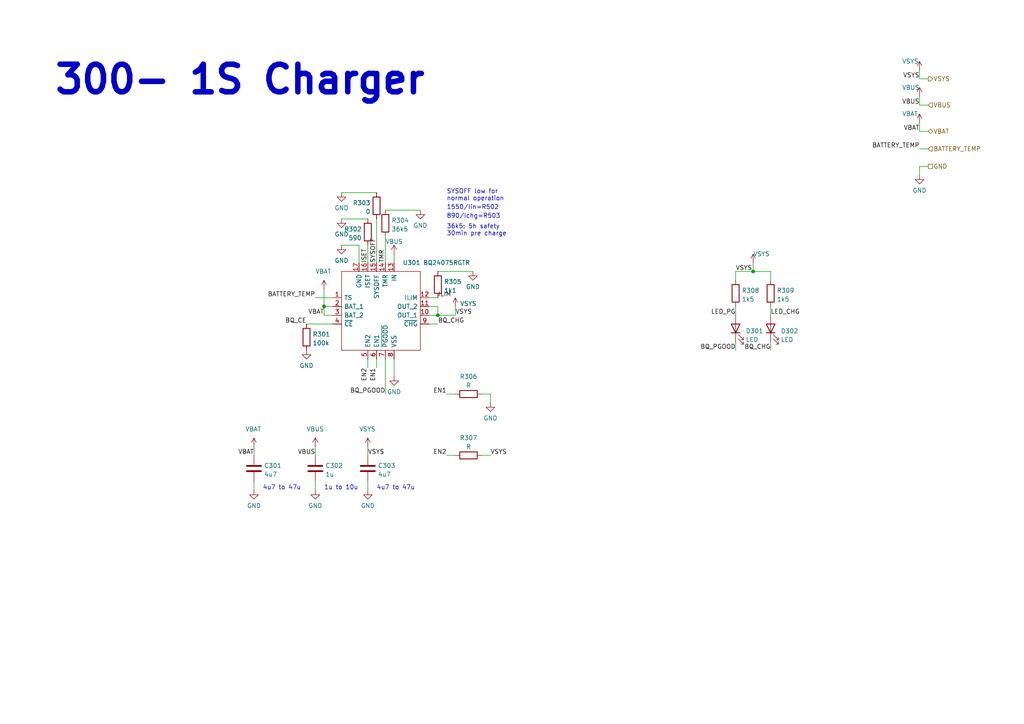
<source format=kicad_sch>
(kicad_sch (version 20230121) (generator eeschema)
  (paper "A4")
  (title_block (title "PSoM - RP2040") (date "2024-02-28") (rev "HW00") (company "PumaCorp") (comment 1 "Design by: NdG"))
  (lib_symbols
    (symbol "Component lib:BQ24075RGTR" (pin_names (offset 0.762))
      (property "Reference" "U" (at 0 10.16 0))
      (property "Value" "BQ24075RGTR" (at 20.32 10.16 0))
      (symbol "BQ24075RGTR_0_0"
        (pin passive line (at 0 0 0) (length 2.54) (name "TS") (number "1"))
        (pin passive line (at 27.94 -5.08 180) (length 2.54) (name "OUT_1") (number "10"))
        (pin passive line (at 27.94 -2.54 180) (length 2.54) (name "OUT_2") (number "11"))
        (pin passive line (at 27.94 0 180) (length 2.54) (name "ILIM") (number "12"))
        (pin passive line (at 17.78 10.16 270) (length 2.54) (name "IN") (number "13"))
        (pin passive line (at 15.24 10.16 270) (length 2.54) (name "TMR") (number "14"))
        (pin passive line (at 12.7 10.16 270) (length 2.54) (name "SYSOFF") (number "15"))
        (pin passive line (at 10.16 10.16 270) (length 2.54) (name "ISET") (number "16"))
        (pin passive line (at 7.62 10.16 270) (length 2.54) (name "GND") (number "17"))
        (pin passive line (at 0 -2.54 0) (length 2.54) (name "BAT_1") (number "2"))
        (pin passive line (at 0 -5.08 0) (length 2.54) (name "BAT_2") (number "3"))
        (pin passive line (at 0 -7.62 0) (length 2.54) (name "~{CE}") (number "4"))
        (pin passive line (at 10.16 -17.78 90) (length 2.54) (name "EN2") (number "5"))
        (pin passive line (at 12.7 -17.78 90) (length 2.54) (name "EN1") (number "6"))
        (pin passive line (at 15.24 -17.78 90) (length 2.54) (name "~{PGOOD}") (number "7"))
        (pin passive line (at 17.78 -17.78 90) (length 2.54) (name "VSS") (number "8"))
        (pin passive line (at 27.94 -7.62 180) (length 2.54) (name "~{CHG}") (number "9"))
      )
      (symbol "BQ24075RGTR_0_1"
        (rectangle (start 2.54 7.62) (end 25.4 -15.24) (stroke (width 0.1524)))
      )
    )
    (symbol "Component lib:C" (pin_numbers hide) (pin_names (offset 0.254))
      (property "Reference" "C" (at 0.635 -1.27 0))
      (property "Value" "C" (at 0.635 -6.35 0))
      (symbol "C_0_1"
        (polyline (pts (xy -2.032 -4.572) (xy 2.032 -4.572)) (stroke (width 0.508)))
        (polyline (pts (xy -2.032 -3.048) (xy 2.032 -3.048)) (stroke (width 0.508)))
      )
      (symbol "C_1_1"
        (pin passive line (at 0 0 270) (length 2.794) (name "~") (number "1"))
        (pin passive line (at 0 -7.62 90) (length 2.794) (name "~") (number "2"))
      )
    )
    (symbol "Component lib:VBAT" (power) (pin_numbers hide) (in_bom no) (on_board no)
      (property "Value" "VBAT" (at 0 3.81 0))
      (symbol "VBAT_0_0"
        (pin passive line (at 0 0 90) (length 2.54) hide (name "") (number ""))
      )
      (symbol "VBAT_0_1"
        (polyline (pts (xy 0 0) (xy 0 2.54) (xy 0.635 1.27) (xy 0 2.54) (xy -0.635 1.27)) (stroke (width 0.1524)))
      )
    )
    (symbol "Component lib:VSYS" (power) (pin_numbers hide) (in_bom no) (on_board no)
      (property "Value" "VSYS" (at 0 3.81 0))
      (symbol "VSYS_0_0"
        (pin passive line (at 0 0 90) (length 2.54) hide (name "") (number ""))
      )
      (symbol "VSYS_0_1"
        (polyline (pts (xy 0 0) (xy 0 2.54) (xy 0.635 1.27) (xy 0 2.54) (xy -0.635 1.27)) (stroke (width 0.1524)))
      )
    )
    (symbol "Component_lib:LED" (pin_numbers hide) (pin_names (offset 1.016) hide)
      (property "Reference" "D" (at 3.81 2.54 0))
      (property "Value" "LED" (at 3.81 -2.54 0))
      (symbol "LED_0_1"
        (polyline (pts (xy 2.54 -1.27) (xy 2.54 1.27)) (stroke (width 0.254)))
        (polyline (pts (xy 2.54 0) (xy 5.08 0)))
        (polyline (pts (xy 5.08 -1.27) (xy 5.08 1.27) (xy 2.54 0) (xy 5.08 -1.27)) (stroke (width 0.254)))
        (polyline (pts (xy 0.762 -0.762) (xy -0.762 -2.286) (xy 0 -2.286) (xy -0.762 -2.286) (xy -0.762 -1.524)))
        (polyline (pts (xy 2.032 -0.762) (xy 0.508 -2.286) (xy 1.27 -2.286) (xy 0.508 -2.286) (xy 0.508 -1.524)))
      )
      (symbol "LED_1_1"
        (pin passive line (at 0 0 0) (length 2.54) (name "K") (number "1"))
        (pin passive line (at 7.62 0 180) (length 2.54) (name "A") (number "2"))
      )
    )
    (symbol "Component_lib:R" (pin_numbers hide) (pin_names (offset 0))
      (property "Reference" "R" (at 2.032 -3.81 90))
      (property "Value" "R" (at 0 -3.81 90))
      (symbol "R_0_1"
        (rectangle (start -1.016 -6.35) (end 1.016 -1.27) (stroke (width 0.254)))
      )
      (symbol "R_1_1"
        (pin passive line (at 0 0 270) (length 1.27) (name "~") (number "1"))
        (pin passive line (at 0 -7.62 90) (length 1.27) (name "~") (number "2"))
      )
    )
    (symbol "power:GND" (power) (pin_names (offset 0))
      (property "Value" "GND" (at 0 -3.81 0))
      (symbol "GND_0_1"
        (polyline (pts (xy 0 0) (xy 0 -1.27) (xy 1.27 -1.27) (xy 0 -2.54) (xy -1.27 -1.27) (xy 0 -1.27)))
      )
      (symbol "GND_1_1"
        (pin power_in line (at 0 0 270) (length 0) hide (name "GND") (number "1"))
      )
    )
    (symbol "power:VBUS" (power) (pin_names (offset 0))
      (property "Value" "VBUS" (at 0 3.81 0))
      (symbol "VBUS_0_1"
        (polyline (pts (xy -0.762 1.27) (xy 0 2.54)))
        (polyline (pts (xy 0 0) (xy 0 2.54)))
        (polyline (pts (xy 0 2.54) (xy 0.762 1.27)))
      )
      (symbol "VBUS_1_1"
        (pin power_in line (at 0 0 90) (length 0) hide (name "VBUS") (number "1"))
      )
    )
  )
  (junction (at 218.44 78.74))
  (junction (at 93.98 88.9))
  (junction (at 127 91.44))
  (wire (pts (xy 266.7 43.18) (xy 269.24 43.18)))
  (wire (pts (xy 104.14 71.12) (xy 104.14 76.2)))
  (wire (pts (xy 106.68 129.54) (xy 106.68 132.08)))
  (wire (pts (xy 124.46 88.9) (xy 127 88.9)))
  (wire (pts (xy 139.7 114.3) (xy 142.24 114.3)))
  (wire (pts (xy 213.36 99.06) (xy 213.36 101.6)))
  (wire (pts (xy 111.76 104.14) (xy 111.76 114.3)))
  (wire (pts (xy 73.66 142.24) (xy 73.66 139.7)))
  (wire (pts (xy 111.76 60.96) (xy 121.92 60.96)))
  (wire (pts (xy 269.24 48.26) (xy 266.7 48.26)))
  (wire (pts (xy 269.24 38.1) (xy 266.7 38.1)))
  (wire (pts (xy 114.3 73.66) (xy 114.3 76.2)))
  (wire (pts (xy 111.76 68.58) (xy 111.76 76.2)))
  (wire (pts (xy 129.54 114.3) (xy 132.08 114.3)))
  (wire (pts (xy 93.98 88.9) (xy 93.98 91.44)))
  (wire (pts (xy 266.7 38.1) (xy 266.7 35.56)))
  (wire (pts (xy 91.44 86.36) (xy 96.52 86.36)))
  (wire (pts (xy 91.44 129.54) (xy 91.44 132.08)))
  (wire (pts (xy 266.7 48.26) (xy 266.7 50.8)))
  (wire (pts (xy 213.36 78.74) (xy 218.44 78.74)))
  (wire (pts (xy 266.7 30.48) (xy 266.7 27.94)))
  (wire (pts (xy 93.98 83.82) (xy 93.98 88.9)))
  (wire (pts (xy 218.44 76.2) (xy 218.44 78.74)))
  (wire (pts (xy 127 88.9) (xy 127 91.44)))
  (wire (pts (xy 127 78.74) (xy 137.16 78.74)))
  (wire (pts (xy 99.06 55.88) (xy 109.22 55.88)))
  (wire (pts (xy 91.44 142.24) (xy 91.44 139.7)))
  (wire (pts (xy 129.54 132.08) (xy 132.08 132.08)))
  (wire (pts (xy 218.44 78.74) (xy 223.52 78.74)))
  (wire (pts (xy 269.24 30.48) (xy 266.7 30.48)))
  (wire (pts (xy 99.06 63.5) (xy 106.68 63.5)))
  (wire (pts (xy 88.9 93.98) (xy 96.52 93.98)))
  (wire (pts (xy 124.46 86.36) (xy 127 86.36)))
  (wire (pts (xy 73.66 129.54) (xy 73.66 132.08)))
  (wire (pts (xy 124.46 93.98) (xy 127 93.98)))
  (wire (pts (xy 114.3 104.14) (xy 114.3 109.22)))
  (wire (pts (xy 139.7 132.08) (xy 142.24 132.08)))
  (wire (pts (xy 124.46 91.44) (xy 127 91.44)))
  (wire (pts (xy 142.24 114.3) (xy 142.24 116.84)))
  (wire (pts (xy 106.68 142.24) (xy 106.68 139.7)))
  (wire (pts (xy 109.22 63.5) (xy 109.22 76.2)))
  (wire (pts (xy 223.52 78.74) (xy 223.52 81.28)))
  (wire (pts (xy 96.52 88.9) (xy 93.98 88.9)))
  (wire (pts (xy 266.7 22.86) (xy 266.7 20.32)))
  (wire (pts (xy 223.52 99.06) (xy 223.52 101.6)))
  (wire (pts (xy 213.36 81.28) (xy 213.36 78.74)))
  (wire (pts (xy 132.08 91.44) (xy 132.08 88.9)))
  (wire (pts (xy 109.22 104.14) (xy 109.22 106.68)))
  (wire (pts (xy 127 91.44) (xy 132.08 91.44)))
  (wire (pts (xy 213.36 91.44) (xy 213.36 88.9)))
  (wire (pts (xy 93.98 91.44) (xy 96.52 91.44)))
  (wire (pts (xy 269.24 22.86) (xy 266.7 22.86)))
  (wire (pts (xy 106.68 104.14) (xy 106.68 106.68)))
  (wire (pts (xy 106.68 71.12) (xy 106.68 76.2)))
  (wire (pts (xy 99.06 71.12) (xy 104.14 71.12)))
  (wire (pts (xy 223.52 91.44) (xy 223.52 88.9)))
  (text "890/Ichg=R503" (at 129.54 63.5 0) (effects (font (size 1.27 1.27)) (justify left bottom)))
  (text "300- 1S Charger" (at 15.24 27.94 0) (effects (font (size 8 8) (thickness 1.6) bold) (justify left bottom)))
  (text "4u7 to 47u" (at 109.22 142.24 0) (effects (font (size 1.27 1.27)) (justify left bottom)))
  (text "1u to 10u" (at 93.98 142.24 0) (effects (font (size 1.27 1.27)) (justify left bottom)))
  (text "SYSOFF low for \nnormal operation\n" (at 129.54 58.42 0) (effects (font (size 1.27 1.27)) (justify left bottom)))
  (text "4u7 to 47u" (at 76.2 142.24 0) (effects (font (size 1.27 1.27)) (justify left bottom)))
  (text "36k5: 5h safety \n30min pre charge" (at 129.54 68.58 0) (effects (font (size 1.27 1.27)) (justify left bottom)))
  (text "1550/Iin=R502" (at 129.54 60.96 0) (effects (font (size 1.27 1.27)) (justify left bottom)))
  (label "LED_PG" (at 213.36 91.44 180))
  (label "ILIM" (at 127 86.36 0))
  (label "EN1" (at 129.54 114.3 180))
  (label "BQ_PGOOD" (at 111.76 114.3 180))
  (label "VSYS" (at 132.08 91.44 0))
  (label "BQ_CHG" (at 223.52 101.6 180))
  (label "VBUS" (at 266.7 30.48 180))
  (label "VBUS" (at 91.44 132.08 180))
  (label "VSYS" (at 213.36 78.74 0))
  (label "VSYS" (at 106.68 132.08 0))
  (label "LED_CHG" (at 223.52 91.44 0))
  (label "VBAT" (at 73.66 132.08 180))
  (label "BQ_PGOOD" (at 213.36 101.6 180))
  (label "TMR" (at 111.76 76.2 90))
  (label "BATTERY_TEMP" (at 91.44 86.36 180))
  (label "BATTERY_TEMP" (at 266.7 43.18 180))
  (label "EN1" (at 109.22 106.68 270))
  (label "VSYS" (at 142.24 132.08 0))
  (label "BQ_CHG" (at 127 93.98 0))
  (label "EN2" (at 129.54 132.08 180))
  (label "VBAT" (at 266.7 38.1 180))
  (label "VBAT" (at 93.98 91.44 180))
  (label "EN2" (at 106.68 106.68 270))
  (label "BQ_CE" (at 88.9 93.98 180))
  (label "ISET" (at 106.68 76.2 90))
  (label "SYSOFF" (at 109.22 76.2 90))
  (label "VSYS" (at 266.7 22.86 180))
  (hierarchical_label "BATTERY_TEMP" (shape input) (at 269.24 43.18 0))
  (hierarchical_label "VBAT" (shape bidirectional) (at 269.24 38.1 0))
  (hierarchical_label "VSYS" (shape output) (at 269.24 22.86 0))
  (hierarchical_label "GND" (shape passive) (at 269.24 48.26 0))
  (hierarchical_label "VBUS" (shape input) (at 269.24 30.48 0))
  (symbol (lib_id "power:GND") (at 99.06 63.5 0) (unit 1)
    (property "Reference" "#PWR0306" (effects hide))
    (property "Value" "GND" (at 99.06 67.9434 0))
    (instances (project "PSoM_RP2040_00" (path "" (reference "#PWR0306") (unit 1))) (project "PMK_Keyboard" (path "" (reference "#PWR0205") (unit 1))))
  )
  (symbol (lib_id "Component lib:VBAT") (at 266.7 35.56 0) (unit 1) (in_bom no) (on_board no)
    (property "Reference" "#VBAT0303" (effects hide))
    (property "Value" "VBAT" (at 261.62 33.02 0) (effects (justify left)))
    (instances (project "PSoM_RP2040_00" (path "" (reference "#VBAT0303") (unit 1))) (project "PMK_Keyboard" (path "" (reference "#VBAT0201") (unit 1))))
  )
  (symbol (lib_id "Component_lib:R") (at 132.08 132.08 90) (unit 1)
    (property "Reference" "R307" (at 135.89 127 90))
    (property "Value" "R" (at 135.89 129.54 90))
    (property "Footprint" "Resistor_SMD:R_0402_1005Metric" (effects hide))
  )
  (symbol (lib_id "power:VBUS") (at 266.7 27.94 0) (unit 1)
    (property "Reference" "#PWR0314" (effects hide))
    (property "Value" "VBUS" (at 264.16 25.4 0))
    (instances (project "PSoM_RP2040_00" (path "" (reference "#PWR0314") (unit 1))) (project "PMK_Keyboard" (path "" (reference "#PWR0201") (unit 1))))
  )
  (symbol (lib_id "Component_lib:R") (at 111.76 68.58 180) (unit 1)
    (property "Reference" "R304" (at 113.538 63.9353 0) (effects (justify right)))
    (property "Value" "36k5" (at 113.538 66.4722 0) (effects (justify right)))
    (property "Footprint" "Resistor_SMD:R_0402_1005Metric" (effects hide))
    (instances (project "PSoM_RP2040_00" (path "" (reference "R304") (unit 1))) (project "PMK_Keyboard" (path "" (reference "R202") (unit 1))))
  )
  (symbol (lib_id "Component_lib:R") (at 106.68 71.12 0) (mirror x) (unit 1)
    (property "Reference" "R302" (at 104.902 66.4753 0) (effects (justify right)))
    (property "Value" "590" (at 104.902 69.0122 0) (effects (justify right)))
    (property "Footprint" "Resistor_SMD:R_0402_1005Metric" (effects hide))
    (instances (project "PSoM_RP2040_00" (path "" (reference "R302") (unit 1))) (project "PMK_Keyboard" (path "" (reference "R203") (unit 1))))
  )
  (symbol (lib_id "power:VBUS") (at 91.44 129.54 0) (unit 1)
    (property "Reference" "#PWR0303" (effects hide))
    (property "Value" "VBUS" (at 91.44 124.46 0))
    (instances (project "PSoM_RP2040_00" (path "" (reference "#PWR0303") (unit 1))) (project "PMK_Keyboard" (path "" (reference "#PWR0121") (unit 1))))
  )
  (symbol (lib_id "Component lib:VSYS") (at 106.68 129.54 0) (unit 1) (in_bom no) (on_board no)
    (property "Reference" "#VSYS0301" (effects hide))
    (property "Value" "VSYS" (at 104.14 124.46 0) (effects (justify left)))
    (instances (project "PSoM_RP2040_00" (path "" (reference "#VSYS0301") (unit 1))) (project "PMK_Keyboard" (path "" (reference "#VSYS0105") (unit 1))))
  )
  (symbol (lib_id "Component lib:BQ24075RGTR") (at 96.52 86.36 0) (unit 1)
    (property "Reference" "U301" (at 119.38 76.2 0))
    (property "Value" "BQ24075RGTR" (at 129.54 76.2 0))
    (property "Footprint" "Component_lib:QFN50P300X300X100-17N-D" (effects hide))
    (property "Datasheet" "http://www.ti.com/lit/ds/symlink/bq24075.pdf" (effects hide))
    (property "Description" "USB-Friendly Li-Ion Battery Charger and Power-Path Management IC, Vout 5.5V" (effects hide))
    (property "Height" "1" (effects hide))
    (property "Mouser Part Number" "595-BQ24075RGTR" (effects hide))
    (property "Mouser Price/Stock" "https://www.mouser.co.uk/ProductDetail/Texas-Instruments/BQ24075RGTR?qs=XGzIaZb%2FFYKTADIJv746hA%3D%3D" (effects hide))
    (property "Manufacturer_Name" "Texas Instruments" (effects hide))
    (property "Manufacturer_Part_Number" "BQ24075RGTR" (effects hide))
    (instances (project "PSoM_RP2040_00" (path "" (reference "U301") (unit 1))) (project "PMK_Keyboard" (path "" (reference "U201") (unit 1))))
  )
  (symbol (lib_id "Component lib:C") (at 106.68 132.08 0) (unit 1)
    (property "Reference" "C303" (at 109.601 135.0553 0) (effects (justify left)))
    (property "Value" "4u7" (at 109.601 137.5922 0) (effects (justify left)))
    (property "Footprint" "Capacitor_SMD:C_0603_1608Metric" (effects hide))
    (instances (project "PSoM_RP2040_00" (path "" (reference "C303") (unit 1))) (project "PMK_Keyboard" (path "" (reference "C203") (unit 1))))
  )
  (symbol (lib_id "power:GND") (at 88.9 101.6 0) (unit 1)
    (property "Reference" "#PWR0302" (effects hide))
    (property "Value" "GND" (at 88.9 106.0434 0))
    (instances (project "PSoM_RP2040_00" (path "" (reference "#PWR0302") (unit 1))) (project "PMK_Keyboard" (path "" (reference "#PWR0209") (unit 1))))
  )
  (symbol (lib_id "power:GND") (at 137.16 78.74 0) (unit 1)
    (property "Reference" "#PWR0312" (effects hide))
    (property "Value" "GND" (at 137.16 83.1834 0))
    (instances (project "PSoM_RP2040_00" (path "" (reference "#PWR0312") (unit 1))) (project "PMK_Keyboard" (path "" (reference "#PWR0208") (unit 1))))
  )
  (symbol (lib_id "Component lib:VBAT") (at 73.66 129.54 0) (unit 1) (in_bom no) (on_board no)
    (property "Reference" "#VBAT0301" (effects hide))
    (property "Value" "VBAT" (at 71.12 124.46 0) (effects (justify left)))
    (instances (project "PSoM_RP2040_00" (path "" (reference "#VBAT0301") (unit 1))) (project "PMK_Keyboard" (path "" (reference "#VBAT0103") (unit 1))))
  )
  (symbol (lib_id "power:GND") (at 99.06 71.12 0) (unit 1)
    (property "Reference" "#PWR0307" (effects hide))
    (property "Value" "GND" (at 99.06 75.5634 0))
    (instances (project "PSoM_RP2040_00" (path "" (reference "#PWR0307") (unit 1))) (project "PMK_Keyboard" (path "" (reference "#PWR0206") (unit 1))))
  )
  (symbol (lib_id "power:GND") (at 73.66 142.24 0) (unit 1)
    (property "Reference" "#PWR0301" (effects hide))
    (property "Value" "GND" (at 73.66 146.6834 0))
    (instances (project "PSoM_RP2040_00" (path "" (reference "#PWR0301") (unit 1))) (project "PMK_Keyboard" (path "" (reference "#PWR0124") (unit 1))))
  )
  (symbol (lib_id "Component_lib:R") (at 88.9 93.98 0) (unit 1)
    (property "Reference" "R301" (at 90.678 96.9553 0) (effects (justify left)))
    (property "Value" "100k" (at 90.678 99.4922 0) (effects (justify left)))
    (property "Footprint" "Resistor_SMD:R_0402_1005Metric" (effects hide))
    (instances (project "PSoM_RP2040_00" (path "" (reference "R301") (unit 1))) (project "PMK_Keyboard" (path "" (reference "R207") (unit 1))))
  )
  (symbol (lib_id "Component lib:VSYS") (at 132.08 88.9 0) (unit 1) (in_bom no) (on_board no)
    (property "Reference" "#VSYS0302" (effects hide))
    (property "Value" "VSYS" (at 133.4262 88.0638 0) (effects (justify left)))
    (instances (project "PSoM_RP2040_00" (path "" (reference "#VSYS0302") (unit 1))) (project "PMK_Keyboard" (path "" (reference "#VSYS0201") (unit 1))))
  )
  (symbol (lib_id "Component lib:C") (at 91.44 132.08 0) (unit 1)
    (property "Reference" "C302" (at 94.361 135.0553 0) (effects (justify left)))
    (property "Value" "1u" (at 94.361 137.5922 0) (effects (justify left)))
    (property "Footprint" "Capacitor_SMD:C_0603_1608Metric" (effects hide))
    (instances (project "PSoM_RP2040_00" (path "" (reference "C302") (unit 1))) (project "PMK_Keyboard" (path "" (reference "C202") (unit 1))))
  )
  (symbol (lib_id "power:GND") (at 266.7 50.8 0) (unit 1)
    (property "Reference" "#PWR0315" (effects hide))
    (property "Value" "GND" (at 266.7 55.2434 0))
    (instances (project "PSoM_RP2040_00" (path "" (reference "#PWR0315") (unit 1))) (project "PMK_Keyboard" (path "" (reference "#PWR0202") (unit 1))))
  )
  (symbol (lib_id "Component_lib:R") (at 109.22 63.5 0) (mirror x) (unit 1)
    (property "Reference" "R303" (at 107.442 58.8553 0) (effects (justify right)))
    (property "Value" "0" (at 107.442 61.3922 0) (effects (justify right)))
    (property "Footprint" "Resistor_SMD:R_0402_1005Metric" (effects hide))
    (instances (project "PSoM_RP2040_00" (path "" (reference "R303") (unit 1))) (project "PMK_Keyboard" (path "" (reference "R201") (unit 1))))
  )
  (symbol (lib_id "power:GND") (at 91.44 142.24 0) (unit 1)
    (property "Reference" "#PWR0304" (effects hide))
    (property "Value" "GND" (at 91.44 146.6834 0))
    (instances (project "PSoM_RP2040_00" (path "" (reference "#PWR0304") (unit 1))) (project "PMK_Keyboard" (path "" (reference "#PWR0123") (unit 1))))
  )
  (symbol (lib_id "power:GND") (at 142.24 116.84 0) (unit 1)
    (property "Reference" "#PWR0313" (effects hide))
    (property "Value" "GND" (at 142.24 121.2834 0))
    (instances (project "PSoM_RP2040_00" (path "" (reference "#PWR0313") (unit 1))) (project "PMK_Keyboard" (path "" (reference "#PWR0210") (unit 1))))
  )
  (symbol (lib_id "Component_lib:LED") (at 213.36 99.06 90) (unit 1)
    (property "Reference" "D301" (at 216.281 96.0028 90) (effects (justify right)))
    (property "Value" "LED" (at 216.281 98.5397 90) (effects (justify right)))
    (property "Footprint" "LED_SMD:LED_0402_1005Metric" (effects hide))
    (instances (project "PSoM_RP2040_00" (path "" (reference "D301") (unit 1))) (project "PMK_Keyboard" (path "" (reference "D201") (unit 1))))
  )
  (symbol (lib_id "power:VBUS") (at 114.3 73.66 0) (unit 1)
    (property "Reference" "#PWR0309" (effects hide))
    (property "Value" "VBUS" (at 114.3 70.0842 0))
    (instances (project "PSoM_RP2040_00" (path "" (reference "#PWR0309") (unit 1))) (project "PMK_Keyboard" (path "" (reference "#PWR0207") (unit 1))))
  )
  (symbol (lib_id "power:GND") (at 114.3 109.22 0) (unit 1)
    (property "Reference" "#PWR0310" (effects hide))
    (property "Value" "GND" (at 114.3 113.6634 0))
    (instances (project "PSoM_RP2040_00" (path "" (reference "#PWR0310") (unit 1))) (project "PMK_Keyboard" (path "" (reference "#PWR0210") (unit 1))))
  )
  (symbol (lib_id "power:GND") (at 99.06 55.88 0) (unit 1)
    (property "Reference" "#PWR0305" (effects hide))
    (property "Value" "GND" (at 99.06 60.3234 0))
    (instances (project "PSoM_RP2040_00" (path "" (reference "#PWR0305") (unit 1))) (project "PMK_Keyboard" (path "" (reference "#PWR0203") (unit 1))))
  )
  (symbol (lib_id "power:GND") (at 106.68 142.24 0) (unit 1)
    (property "Reference" "#PWR0308" (effects hide))
    (property "Value" "GND" (at 106.68 146.6834 0))
    (instances (project "PSoM_RP2040_00" (path "" (reference "#PWR0308") (unit 1))) (project "PMK_Keyboard" (path "" (reference "#PWR0122") (unit 1))))
  )
  (symbol (lib_id "Component_lib:R") (at 132.08 114.3 90) (unit 1)
    (property "Reference" "R306" (at 135.89 109.22 90))
    (property "Value" "R" (at 135.89 111.76 90))
    (property "Footprint" "Resistor_SMD:R_0402_1005Metric" (effects hide))
  )
  (symbol (lib_id "Component_lib:R") (at 127 78.74 0) (unit 1)
    (property "Reference" "R305" (at 128.778 81.7153 0) (effects (justify left)))
    (property "Value" "1k1" (at 128.778 84.2522 0) (effects (justify left)))
    (property "Footprint" "Resistor_SMD:R_0402_1005Metric" (effects hide))
    (instances (project "PSoM_RP2040_00" (path "" (reference "R305") (unit 1))) (project "PMK_Keyboard" (path "" (reference "R204") (unit 1))))
  )
  (symbol (lib_id "Component lib:VSYS") (at 266.7 20.32 0) (unit 1) (in_bom no) (on_board no)
    (property "Reference" "#VSYS0304" (effects hide))
    (property "Value" "VSYS" (at 261.62 17.78 0) (effects (justify left)))
    (instances (project "PSoM_RP2040_00" (path "" (reference "#VSYS0304") (unit 1))) (project "PMK_Keyboard" (path "" (reference "#VSYS0108") (unit 1))))
  )
  (symbol (lib_id "Component_lib:R") (at 223.52 81.28 0) (unit 1)
    (property "Reference" "R309" (at 225.298 84.2553 0) (effects (justify left)))
    (property "Value" "1k5" (at 225.298 86.7922 0) (effects (justify left)))
    (property "Footprint" "Resistor_SMD:R_0402_1005Metric" (effects hide))
    (instances (project "PSoM_RP2040_00" (path "" (reference "R309") (unit 1))) (project "PMK_Keyboard" (path "" (reference "R206") (unit 1))))
  )
  (symbol (lib_id "Component lib:C") (at 73.66 132.08 0) (unit 1)
    (property "Reference" "C301" (at 76.581 135.0553 0) (effects (justify left)))
    (property "Value" "4u7" (at 76.581 137.5922 0) (effects (justify left)))
    (property "Footprint" "Capacitor_SMD:C_0603_1608Metric" (effects hide))
    (instances (project "PSoM_RP2040_00" (path "" (reference "C301") (unit 1))) (project "PMK_Keyboard" (path "" (reference "C201") (unit 1))))
  )
  (symbol (lib_id "Component_lib:R") (at 213.36 81.28 0) (unit 1)
    (property "Reference" "R308" (at 215.138 84.2553 0) (effects (justify left)))
    (property "Value" "1k5" (at 215.138 86.7922 0) (effects (justify left)))
    (property "Footprint" "Resistor_SMD:R_0402_1005Metric" (effects hide))
    (instances (project "PSoM_RP2040_00" (path "" (reference "R308") (unit 1))) (project "PMK_Keyboard" (path "" (reference "R205") (unit 1))))
  )
  (symbol (lib_id "Component lib:VBAT") (at 93.98 83.82 0) (unit 1) (in_bom no) (on_board no)
    (property "Reference" "#VBAT0302" (effects hide))
    (property "Value" "VBAT" (at 91.44 78.74 0) (effects (justify left)))
    (instances (project "PSoM_RP2040_00" (path "" (reference "#VBAT0302") (unit 1))) (project "PMK_Keyboard" (path "" (reference "#VBAT0202") (unit 1))))
  )
  (symbol (lib_id "Component lib:VSYS") (at 218.44 76.2 0) (unit 1) (in_bom no) (on_board no)
    (property "Reference" "#VSYS0303" (effects hide))
    (property "Value" "VSYS" (at 218.44 73.66 0) (effects (justify left)))
    (instances (project "PSoM_RP2040_00" (path "" (reference "#VSYS0303") (unit 1))) (project "PMK_Keyboard" (path "" (reference "#VSYS0107") (unit 1))))
  )
  (symbol (lib_id "Component_lib:LED") (at 223.52 99.06 90) (unit 1)
    (property "Reference" "D302" (at 226.441 96.0028 90) (effects (justify right)))
    (property "Value" "LED" (at 226.441 98.5397 90) (effects (justify right)))
    (property "Footprint" "LED_SMD:LED_0402_1005Metric" (effects hide))
    (instances (project "PSoM_RP2040_00" (path "" (reference "D302") (unit 1))) (project "PMK_Keyboard" (path "" (reference "D202") (unit 1))))
  )
  (symbol (lib_id "power:GND") (at 121.92 60.96 0) (unit 1)
    (property "Reference" "#PWR0311" (effects hide))
    (property "Value" "GND" (at 121.92 65.4034 0))
    (instances (project "PSoM_RP2040_00" (path "" (reference "#PWR0311") (unit 1))) (project "PMK_Keyboard" (path "" (reference "#PWR0204") (unit 1))))
  )
)
</source>
